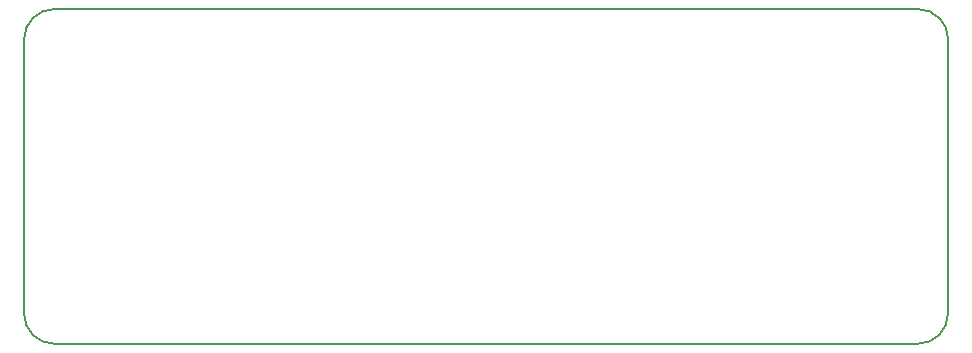
<source format=gbr>
G04 #@! TF.GenerationSoftware,KiCad,Pcbnew,(6.0.7-1)-1*
G04 #@! TF.CreationDate,2023-10-03T00:10:04-07:00*
G04 #@! TF.ProjectId,FeatherWing_KC5,46656174-6865-4725-9769-6e675f4b4335,rev?*
G04 #@! TF.SameCoordinates,Original*
G04 #@! TF.FileFunction,Profile,NP*
%FSLAX46Y46*%
G04 Gerber Fmt 4.6, Leading zero omitted, Abs format (unit mm)*
G04 Created by KiCad (PCBNEW (6.0.7-1)-1) date 2023-10-03 00:10:04*
%MOMM*%
%LPD*%
G01*
G04 APERTURE LIST*
G04 #@! TA.AperFunction,Profile*
%ADD10C,0.150000*%
G04 #@! TD*
G04 APERTURE END LIST*
D10*
X45560000Y-67950000D02*
X45560000Y-44700000D01*
X45560000Y-67950000D02*
G75*
G03*
X48100000Y-70490000I2540000J0D01*
G01*
X123793893Y-44710000D02*
G75*
G03*
X121250000Y-42160000I-2543893J6100D01*
G01*
X48100000Y-42160000D02*
X121250000Y-42160000D01*
X48100000Y-70490000D02*
X121253949Y-70490000D01*
X121253949Y-70489949D02*
G75*
G03*
X123793949Y-67950000I-49J2540049D01*
G01*
X123793949Y-67950000D02*
X123793949Y-44710000D01*
X48100000Y-42160000D02*
G75*
G03*
X45560000Y-44700000I0J-2540000D01*
G01*
M02*

</source>
